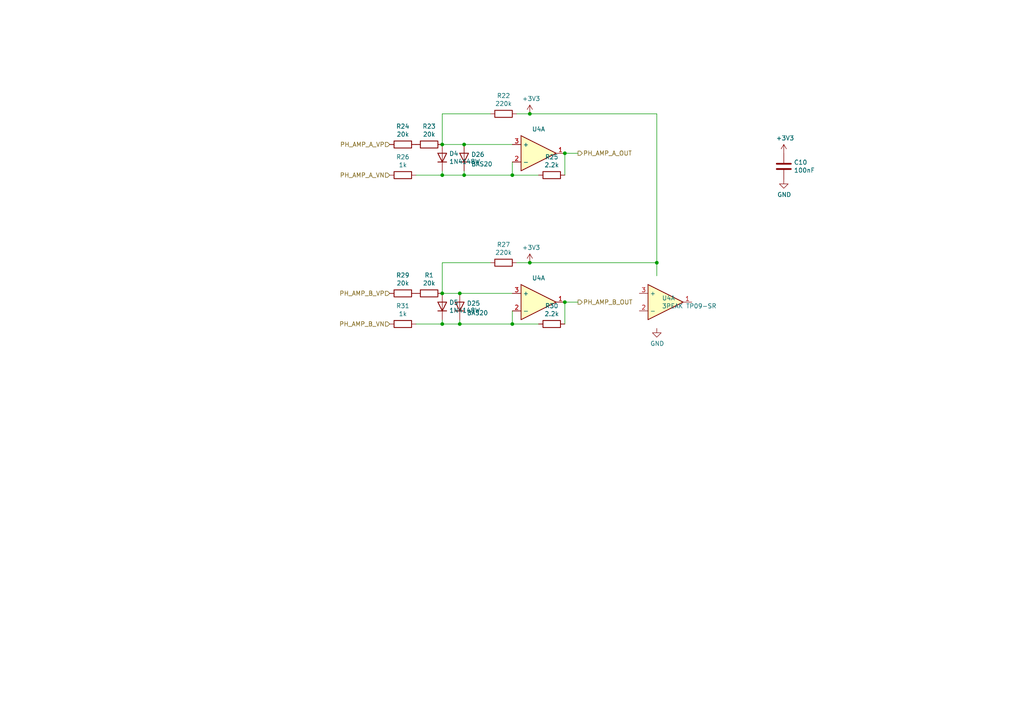
<source format=kicad_sch>
(kicad_sch (version 20211123) (generator eeschema)
  (paper "A4")
  (lib_symbols
    (symbol "Device:C" (pin_numbers hide) (pin_names (offset 0.254))
      (property "Reference" "C" (at 0.635 2.54 0))
      (property "Value" "C" (at 0.635 -2.54 0))
      (symbol "C_0_1"
        (polyline (pts (xy -2.032 -0.762) (xy 2.032 -0.762)) (stroke (width 0.508)))
        (polyline (pts (xy -2.032 0.762) (xy 2.032 0.762)) (stroke (width 0.508)))
      )
      (symbol "C_1_1"
        (pin passive line (at 0 3.81 270) (length 2.794) (name "~") (number "1"))
        (pin passive line (at 0 -3.81 90) (length 2.794) (name "~") (number "2"))
      )
    )
    (symbol "Device:D" (pin_numbers hide) (pin_names (offset 1.016) hide)
      (property "Reference" "D" (at 0 2.54 0))
      (property "Value" "D" (at 0 -2.54 0))
      (symbol "D_0_1"
        (polyline (pts (xy -1.27 1.27) (xy -1.27 -1.27)) (stroke (width 0.254)))
        (polyline (pts (xy 1.27 0) (xy -1.27 0)))
        (polyline (pts (xy 1.27 1.27) (xy 1.27 -1.27) (xy -1.27 0) (xy 1.27 1.27)) (stroke (width 0.254)))
      )
      (symbol "D_1_1"
        (pin passive line (at -3.81 0 0) (length 2.54) (name "K") (number "1"))
        (pin passive line (at 3.81 0 180) (length 2.54) (name "A") (number "2"))
      )
    )
    (symbol "Device:Opamp_Dual_Generic"
      (property "Reference" "U" (at 0 5.08 0))
      (property "Value" "Device_Opamp_Dual_Generic" (at 0 -5.08 0))
      (symbol "Opamp_Dual_Generic_1_1"
        (polyline (pts (xy -5.08 5.08) (xy 5.08 0) (xy -5.08 -5.08) (xy -5.08 5.08)) (stroke (width 0.254)) (fill (type background)))
        (pin output line (at 7.62 0 180) (length 2.54) (name "~") (number "1"))
        (pin input line (at -7.62 -2.54 0) (length 2.54) (name "-") (number "2"))
        (pin input line (at -7.62 2.54 0) (length 2.54) (name "+") (number "3"))
      )
      (symbol "Opamp_Dual_Generic_2_1"
        (polyline (pts (xy -5.08 5.08) (xy 5.08 0) (xy -5.08 -5.08) (xy -5.08 5.08)) (stroke (width 0.254)) (fill (type background)))
        (pin input line (at -7.62 2.54 0) (length 2.54) (name "+") (number "5"))
        (pin input line (at -7.62 -2.54 0) (length 2.54) (name "-") (number "6"))
        (pin output line (at 7.62 0 180) (length 2.54) (name "~") (number "7"))
      )
      (symbol "Opamp_Dual_Generic_3_1"
        (pin power_in line (at -2.54 -7.62 90) (length 3.81) (name "V-") (number "4"))
        (pin power_in line (at -2.54 7.62 270) (length 3.81) (name "V+") (number "8"))
      )
    )
    (symbol "Device:R" (pin_numbers hide) (pin_names (offset 0))
      (property "Reference" "R" (at 2.032 0 90))
      (property "Value" "R" (at 0 0 90))
      (symbol "R_0_1"
        (rectangle (start -1.016 -2.54) (end 1.016 2.54) (stroke (width 0.254)))
      )
      (symbol "R_1_1"
        (pin passive line (at 0 3.81 270) (length 1.27) (name "~") (number "1"))
        (pin passive line (at 0 -3.81 90) (length 1.27) (name "~") (number "2"))
      )
    )
    (symbol "Diode:BAS20" (pin_numbers hide) (pin_names hide)
      (property "Reference" "D" (at 0 2.54 0))
      (property "Value" "BAS20" (at 0 -2.54 0))
      (symbol "BAS20_0_1"
        (polyline (pts (xy -1.27 1.27) (xy -1.27 -1.27)) (stroke (width 0.254)))
        (polyline (pts (xy 1.27 0) (xy -1.27 0)))
        (polyline (pts (xy 1.27 1.27) (xy 1.27 -1.27) (xy -1.27 0) (xy 1.27 1.27)) (stroke (width 0.254)))
      )
      (symbol "BAS20_1_1"
        (pin passive line (at 3.81 0 180) (length 2.54) (name "A") (number "1"))
        (pin no_connect line (at -1.27 0 0) (length 2.54) hide (name "NC") (number "2"))
        (pin passive line (at -3.81 0 0) (length 2.54) (name "K") (number "3"))
      )
    )
    (symbol "power:+3.3V" (power) (pin_names (offset 0))
      (property "Value" "+3.3V" (at 0 3.556 0))
      (symbol "+3.3V_0_1"
        (polyline (pts (xy -0.762 1.27) (xy 0 2.54)))
        (polyline (pts (xy 0 0) (xy 0 2.54)))
        (polyline (pts (xy 0 2.54) (xy 0.762 1.27)))
      )
      (symbol "+3.3V_1_1"
        (pin power_in line (at 0 0 90) (length 0) hide (name "+3V3") (number "1"))
      )
    )
    (symbol "power:GND" (power) (pin_names (offset 0))
      (property "Value" "GND" (at 0 -3.81 0))
      (symbol "GND_0_1"
        (polyline (pts (xy 0 0) (xy 0 -1.27) (xy 1.27 -1.27) (xy 0 -2.54) (xy -1.27 -1.27) (xy 0 -1.27)))
      )
      (symbol "GND_1_1"
        (pin power_in line (at 0 0 270) (length 0) hide (name "GND") (number "1"))
      )
    )
  )
  (junction (at 134.62 41.91))
  (junction (at 153.67 76.2))
  (junction (at 148.59 50.8))
  (junction (at 163.83 87.63))
  (junction (at 134.62 50.8))
  (junction (at 153.67 33.02))
  (junction (at 163.83 44.45))
  (junction (at 148.59 93.98))
  (junction (at 128.27 85.09))
  (junction (at 128.27 41.91))
  (junction (at 128.27 93.98))
  (junction (at 133.35 93.98))
  (junction (at 190.5 76.2))
  (junction (at 133.35 85.09))
  (junction (at 128.27 50.8))
  (wire (pts (xy 133.35 93.98) (xy 128.27 93.98)))
  (wire (pts (xy 128.27 76.2) (xy 128.27 85.09)))
  (wire (pts (xy 163.83 93.98) (xy 163.83 87.63)))
  (wire (pts (xy 134.62 49.53) (xy 134.62 50.8)))
  (wire (pts (xy 134.62 41.91) (xy 128.27 41.91)))
  (wire (pts (xy 148.59 41.91) (xy 134.62 41.91)))
  (wire (pts (xy 153.67 76.2) (xy 149.86 76.2)))
  (wire (pts (xy 148.59 85.09) (xy 133.35 85.09)))
  (wire (pts (xy 156.21 50.8) (xy 148.59 50.8)))
  (wire (pts (xy 153.67 33.02) (xy 190.5 33.02)))
  (wire (pts (xy 128.27 50.8) (xy 120.65 50.8)))
  (wire (pts (xy 190.5 80.01) (xy 190.5 76.2)))
  (wire (pts (xy 167.64 87.63) (xy 163.83 87.63)))
  (wire (pts (xy 142.24 33.02) (xy 128.27 33.02)))
  (wire (pts (xy 133.35 85.09) (xy 128.27 85.09)))
  (wire (pts (xy 190.5 33.02) (xy 190.5 76.2)))
  (wire (pts (xy 142.24 76.2) (xy 128.27 76.2)))
  (wire (pts (xy 128.27 93.98) (xy 120.65 93.98)))
  (wire (pts (xy 156.21 93.98) (xy 148.59 93.98)))
  (wire (pts (xy 148.59 46.99) (xy 148.59 50.8)))
  (wire (pts (xy 128.27 49.53) (xy 128.27 50.8)))
  (wire (pts (xy 148.59 90.17) (xy 148.59 93.98)))
  (wire (pts (xy 134.62 50.8) (xy 128.27 50.8)))
  (wire (pts (xy 128.27 33.02) (xy 128.27 41.91)))
  (wire (pts (xy 148.59 93.98) (xy 133.35 93.98)))
  (wire (pts (xy 148.59 50.8) (xy 134.62 50.8)))
  (wire (pts (xy 163.83 50.8) (xy 163.83 44.45)))
  (wire (pts (xy 128.27 92.71) (xy 128.27 93.98)))
  (wire (pts (xy 167.64 44.45) (xy 163.83 44.45)))
  (wire (pts (xy 190.5 76.2) (xy 153.67 76.2)))
  (wire (pts (xy 153.67 33.02) (xy 149.86 33.02)))
  (wire (pts (xy 133.35 92.71) (xy 133.35 93.98)))
  (hierarchical_label "PH_AMP_A_OUT" (shape output) (at 167.64 44.45 0))
  (hierarchical_label "PH_AMP_B_VP" (shape input) (at 113.03 85.09 180))
  (hierarchical_label "PH_AMP_A_VN" (shape input) (at 113.03 50.8 180))
  (hierarchical_label "PH_AMP_B_VN" (shape input) (at 113.03 93.98 180))
  (hierarchical_label "PH_AMP_A_VP" (shape input) (at 113.03 41.91 180))
  (hierarchical_label "PH_AMP_B_OUT" (shape output) (at 167.64 87.63 0))
  (symbol (lib_id "power:+3.3V") (at 227.33 44.45 0)
    (property "Reference" "#PWR0159" (effects hide))
    (property "Value" "+3.3V" (at 227.711 40.0558 0))
  )
  (symbol (lib_id "Device:C") (at 227.33 48.26 0)
    (property "Reference" "C10" (at 230.251 47.0916 0) (effects (justify left)))
    (property "Value" "100nF" (at 230.251 49.403 0) (effects (justify left)))
    (property "Footprint" "Capacitor_SMD:C_0603_1608Metric" (effects hide))
    (property "LCSC Part #" "C14663" (effects hide))
  )
  (symbol (lib_id "power:GND") (at 227.33 52.07 0)
    (property "Reference" "#PWR0160" (effects hide))
    (property "Value" "GND" (at 227.457 56.4642 0))
  )
  (symbol (lib_id "Device:R") (at 116.84 41.91 90)
    (property "Reference" "R24" (at 116.84 36.6522 90))
    (property "Value" "20k" (at 116.84 38.9636 90))
    (property "Footprint" "Resistor_SMD:R_0603_1608Metric" (effects hide))
    (property "LCSC Part #" "C4184" (effects hide))
  )
  (symbol (lib_id "Device:R") (at 124.46 41.91 90)
    (property "Reference" "R23" (at 124.46 36.6522 90))
    (property "Value" "20k" (at 124.46 38.9636 90))
    (property "Footprint" "Resistor_SMD:R_0603_1608Metric" (effects hide))
    (property "LCSC Part #" "C4184" (effects hide))
  )
  (symbol (lib_id "Device:R") (at 116.84 50.8 90)
    (property "Reference" "R26" (at 116.84 45.5422 90))
    (property "Value" "1k" (at 116.84 47.8536 90))
    (property "Footprint" "Resistor_SMD:R_0603_1608Metric" (effects hide))
    (property "LCSC Part #" "C21190" (effects hide))
  )
  (symbol (lib_id "Device:D") (at 128.27 45.72 90)
    (property "Reference" "D4" (at 130.2766 44.5516 90) (effects (justify right)))
    (property "Value" "1N4148W" (at 130.2766 46.863 90) (effects (justify right)))
    (property "Footprint" "Diode_SMD:D_SOD-123" (effects hide))
    (property "LCSC Part #" "C81598" (effects hide))
  )
  (symbol (lib_id "power:+3.3V") (at 153.67 33.02 0)
    (property "Reference" "#PWR0161" (effects hide))
    (property "Value" "+3.3V" (at 154.051 28.6258 0))
  )
  (symbol (lib_id "Device:R") (at 146.05 33.02 90)
    (property "Reference" "R22" (at 146.05 27.7622 90))
    (property "Value" "220k" (at 146.05 30.0736 90))
    (property "Footprint" "Resistor_SMD:R_0603_1608Metric" (effects hide))
    (property "LCSC Part #" "C22961" (effects hide))
  )
  (symbol (lib_id "Device:Opamp_Dual_Generic") (at 156.21 44.45 0)
    (property "Reference" "U4" (at 156.21 37.465 0))
    (property "Value" "3PEAK TP09-SR" (effects hide))
    (property "Footprint" "Package_SO:SOIC-8_3.9x4.9mm_P1.27mm" (effects hide))
    (property "LCSC Part #" "C81662" (effects hide))
  )
  (symbol (lib_id "Device:R") (at 160.02 50.8 270)
    (property "Reference" "R25" (at 160.02 45.5422 90))
    (property "Value" "2.2k" (at 160.02 47.8536 90))
    (property "Footprint" "Resistor_SMD:R_0603_1608Metric" (effects hide))
    (property "LCSC Part #" "C4190" (effects hide))
  )
  (symbol (lib_id "Device:R") (at 116.84 85.09 90)
    (property "Reference" "R29" (at 116.84 79.8322 90))
    (property "Value" "20k" (at 116.84 82.1436 90))
    (property "Footprint" "Resistor_SMD:R_0603_1608Metric" (effects hide))
    (property "LCSC Part #" "C4184" (effects hide))
  )
  (symbol (lib_id "Device:R") (at 124.46 85.09 90)
    (property "Reference" "R1" (at 124.46 79.8322 90))
    (property "Value" "20k" (at 124.46 82.1436 90))
    (property "Footprint" "Resistor_SMD:R_0603_1608Metric" (effects hide))
    (property "LCSC Part #" "C4184" (effects hide))
  )
  (symbol (lib_id "Device:R") (at 116.84 93.98 90)
    (property "Reference" "R31" (at 116.84 88.7222 90))
    (property "Value" "1k" (at 116.84 91.0336 90))
    (property "Footprint" "Resistor_SMD:R_0603_1608Metric" (effects hide))
    (property "LCSC Part #" "C21190" (effects hide))
  )
  (symbol (lib_id "Device:D") (at 128.27 88.9 90)
    (property "Reference" "D5" (at 130.2766 87.7316 90) (effects (justify right)))
    (property "Value" "1N4148W" (at 130.2766 90.043 90) (effects (justify right)))
    (property "Footprint" "Diode_SMD:D_SOD-123" (effects hide))
    (property "LCSC Part #" "C81598" (effects hide))
  )
  (symbol (lib_id "power:+3.3V") (at 153.67 76.2 0)
    (property "Reference" "#PWR0163" (effects hide))
    (property "Value" "+3.3V" (at 154.051 71.8058 0))
  )
  (symbol (lib_id "Device:R") (at 146.05 76.2 90)
    (property "Reference" "R27" (at 146.05 70.9422 90))
    (property "Value" "220k" (at 146.05 73.2536 90))
    (property "Footprint" "Resistor_SMD:R_0603_1608Metric" (effects hide))
    (property "LCSC Part #" "C22961" (effects hide))
  )
  (symbol (lib_id "Device:Opamp_Dual_Generic") (at 193.04 87.63 0)
    (property "Reference" "U4" (at 191.9732 86.4616 0) (effects (justify left)))
    (property "Value" "3PEAK TP09-SR" (at 191.9732 88.773 0) (effects (justify left)))
    (property "Footprint" "Package_SO:SOIC-8_3.9x4.9mm_P1.27mm" (effects hide))
    (property "LCSC Part #" "C81662" (effects hide))
  )
  (symbol (lib_id "power:GND") (at 190.5 95.25 0)
    (property "Reference" "#PWR0164" (effects hide))
    (property "Value" "GND" (at 190.627 99.6442 0))
  )
  (symbol (lib_id "Device:R") (at 160.02 93.98 270)
    (property "Reference" "R30" (at 160.02 88.7222 90))
    (property "Value" "2.2k" (at 160.02 91.0336 90))
    (property "Footprint" "Resistor_SMD:R_0603_1608Metric" (effects hide))
    (property "LCSC Part #" "C4190" (effects hide))
  )
  (symbol (lib_id "Device:Opamp_Dual_Generic") (at 156.21 87.63 0)
    (property "Reference" "U4" (at 156.21 80.645 0))
    (property "Value" "3PEAK TP09-SR" (effects hide))
    (property "Footprint" "Package_SO:SOIC-8_3.9x4.9mm_P1.27mm" (effects hide))
    (property "LCSC Part #" "C81662" (effects hide))
  )
  (symbol (lib_id "Diode:BAS20") (at 134.62 45.72 90)
    (property "Reference" "D26" (at 136.652 44.8115 90) (effects (justify right)))
    (property "Value" "BAS20" (at 136.652 47.5866 90) (effects (justify right)))
    (property "Footprint" "Package_TO_SOT_SMD:SOT-23" (effects hide))
    (property "Datasheet" "https://www.diodes.com/assets/Datasheets/Ds12004.pdf" (effects hide))
  )
  (symbol (lib_id "Diode:BAS20") (at 133.35 88.9 90)
    (property "Reference" "D25" (at 135.382 87.9915 90) (effects (justify right)))
    (property "Value" "BAS20" (at 135.382 90.7666 90) (effects (justify right)))
    (property "Footprint" "Package_TO_SOT_SMD:SOT-23" (effects hide))
    (property "Datasheet" "https://www.diodes.com/assets/Datasheets/Ds12004.pdf" (effects hide))
  )
)
</source>
